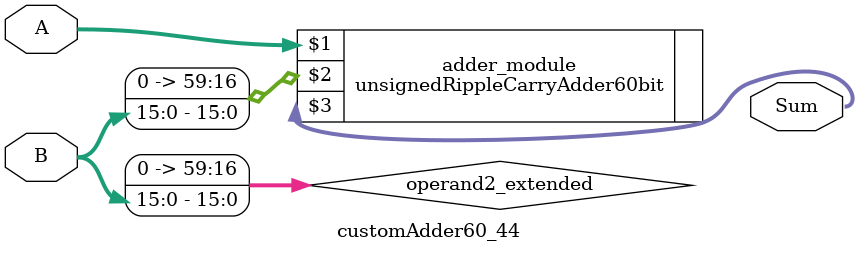
<source format=v>
module customAdder60_44(
                        input [59 : 0] A,
                        input [15 : 0] B,
                        
                        output [60 : 0] Sum
                );

        wire [59 : 0] operand2_extended;
        
        assign operand2_extended =  {44'b0, B};
        
        unsignedRippleCarryAdder60bit adder_module(
            A,
            operand2_extended,
            Sum
        );
        
        endmodule
        
</source>
